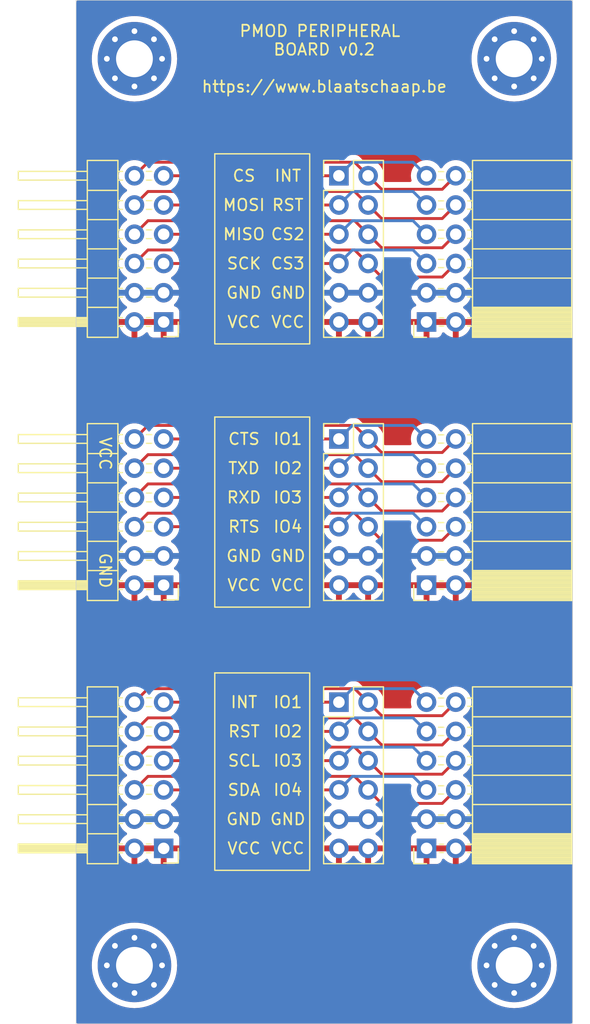
<source format=kicad_pcb>
(kicad_pcb (version 20221018) (generator pcbnew)
  (layers (0 "F.Cu" signal) (31 "B.Cu" signal) (34 "B.Paste" user "B.Plakken") (35 "F.Paste" user "F.Plakken") (36 "B.SilkS" user "B.Silkscreen") (37 "F.SilkS" user "F.Silkscreen") (38 "B.Mask" user) (39 "F.Mask" user "F. masker") (44 "Edge.Cuts" user))
  (net 0 "")
  (net 1 "GND")
  (net 2 "PMOD_UART_GPIO4")
  (net 3 "PMOD_UART_GPIO3")
  (net 4 "PMOD_UART_GPIO2_RESET")
  (net 5 "PMOD_UART_GPIO1_INT")
  (net 6 "PMOD_UART_RTS")
  (net 7 "PMOD_UART_RXD")
  (net 8 "PMOD_UART_TXD")
  (net 9 "PMOD_UART_CTS")
  (net 10 "VCC")
  (net 11 "PMOD_SPI_SCK")
  (net 12 "PMOD_SPI_MOSI")
  (net 13 "PMOD_SPI_MISO")
  (net 14 "PMOD_SPI_GPIO4_CS3")
  (net 15 "PMOD_SPI_GPIO3_CS2")
  (net 16 "PMOD_SPI_GPIO2_RESET")
  (net 17 "PMOD_SPI_GPIO1_INT")
  (net 18 "PMOD_SPI_CS")
  (net 19 "PMOD_I2C_SDA")
  (net 20 "PMOD_I2C_SCL")
  (net 21 "PMOD_I2C_RESET")
  (net 22 "PMOD_I2C_INT")
  (net 23 "PMOD_I2C_GPIO4")
  (net 24 "PMOD_I2C_GPIO3")
  (net 25 "PMOD_I2C_GPIO2")
  (net 26 "PMOD_I2C_GPIO1")
  (footprint "Connector_PinHeader_2.54mm:PinHeader_2x06_P2.54mm_Horizontal" (layer "F.Cu") (at 76.2 76.2 180)
    (fp_text reference "PMOD2" hide)
    (fp_text value "Conn_02x06_Odd_Even")
    (pad "1" thru_hole rect (at 0 0 180) (size 1.7 1.7) (drill 1) (layers "*.Cu" "*.Mask") (net 10 "VCC"))
    (pad "2" thru_hole oval (at 2.54 0 180) (size 1.7 1.7) (drill 1) (layers "*.Cu" "*.Mask") (net 10 "VCC"))
    (pad "3" thru_hole oval (at 0 2.54 180) (size 1.7 1.7) (drill 1) (layers "*.Cu" "*.Mask") (net 1 "GND"))
    (pad "4" thru_hole oval (at 2.54 2.54 180) (size 1.7 1.7) (drill 1) (layers "*.Cu" "*.Mask") (net 1 "GND"))
    (pad "5" thru_hole oval (at 0 5.08 180) (size 1.7 1.7) (drill 1) (layers "*.Cu" "*.Mask") (net 11 "PMOD_SPI_SCK"))
    (pad "6" thru_hole oval (at 2.54 5.08 180) (size 1.7 1.7) (drill 1) (layers "*.Cu" "*.Mask") (net 14 "PMOD_SPI_GPIO4_CS3"))
    (pad "7" thru_hole oval (at 0 7.62 180) (size 1.7 1.7) (drill 1) (layers "*.Cu" "*.Mask") (net 13 "PMOD_SPI_MISO"))
    (pad "8" thru_hole oval (at 2.54 7.62 180) (size 1.7 1.7) (drill 1) (layers "*.Cu" "*.Mask") (net 15 "PMOD_SPI_GPIO3_CS2"))
    (pad "9" thru_hole oval (at 0 10.16 180) (size 1.7 1.7) (drill 1) (layers "*.Cu" "*.Mask") (net 12 "PMOD_SPI_MOSI"))
    (pad "10" thru_hole oval (at 2.54 10.16 180) (size 1.7 1.7) (drill 1) (layers "*.Cu" "*.Mask") (net 16 "PMOD_SPI_GPIO2_RESET"))
    (pad "11" thru_hole oval (at 0 12.7 180) (size 1.7 1.7) (drill 1) (layers "*.Cu" "*.Mask") (net 18 "PMOD_SPI_CS"))
    (pad "12" thru_hole oval (at 2.54 12.7 180) (size 1.7 1.7) (drill 1) (layers "*.Cu" "*.Mask") (net 17 "PMOD_SPI_GPIO1_INT"))
  )
  (footprint "Connector_PinHeader_2.54mm:PinHeader_2x06_P2.54mm_Horizontal" (layer "F.Cu") (at 76.2 99.06 180)
    (fp_text reference "PMOD3" hide)
    (fp_text value "Conn_02x06_Odd_Even")
    (pad "1" thru_hole rect (at 0 0 180) (size 1.7 1.7) (drill 1) (layers "*.Cu" "*.Mask") (net 10 "VCC"))
    (pad "2" thru_hole oval (at 2.54 0 180) (size 1.7 1.7) (drill 1) (layers "*.Cu" "*.Mask") (net 10 "VCC"))
    (pad "3" thru_hole oval (at 0 2.54 180) (size 1.7 1.7) (drill 1) (layers "*.Cu" "*.Mask") (net 1 "GND"))
    (pad "4" thru_hole oval (at 2.54 2.54 180) (size 1.7 1.7) (drill 1) (layers "*.Cu" "*.Mask") (net 1 "GND"))
    (pad "5" thru_hole oval (at 0 5.08 180) (size 1.7 1.7) (drill 1) (layers "*.Cu" "*.Mask") (net 6 "PMOD_UART_RTS"))
    (pad "6" thru_hole oval (at 2.54 5.08 180) (size 1.7 1.7) (drill 1) (layers "*.Cu" "*.Mask") (net 2 "PMOD_UART_GPIO4"))
    (pad "7" thru_hole oval (at 0 7.62 180) (size 1.7 1.7) (drill 1) (layers "*.Cu" "*.Mask") (net 7 "PMOD_UART_RXD"))
    (pad "8" thru_hole oval (at 2.54 7.62 180) (size 1.7 1.7) (drill 1) (layers "*.Cu" "*.Mask") (net 3 "PMOD_UART_GPIO3"))
    (pad "9" thru_hole oval (at 0 10.16 180) (size 1.7 1.7) (drill 1) (layers "*.Cu" "*.Mask") (net 8 "PMOD_UART_TXD"))
    (pad "10" thru_hole oval (at 2.54 10.16 180) (size 1.7 1.7) (drill 1) (layers "*.Cu" "*.Mask") (net 4 "PMOD_UART_GPIO2_RESET"))
    (pad "11" thru_hole oval (at 0 12.7 180) (size 1.7 1.7) (drill 1) (layers "*.Cu" "*.Mask") (net 9 "PMOD_UART_CTS"))
    (pad "12" thru_hole oval (at 2.54 12.7 180) (size 1.7 1.7) (drill 1) (layers "*.Cu" "*.Mask") (net 5 "PMOD_UART_GPIO1_INT"))
  )
  (footprint "Connector_PinHeader_2.54mm:PinHeader_2x06_P2.54mm_Horizontal" (layer "F.Cu") (at 76.2 53.34 180)
    (fp_text reference "PMOD1" hide)
    (fp_text value "Conn_02x06_Odd_Even")
    (pad "1" thru_hole rect (at 0 0 180) (size 1.7 1.7) (drill 1) (layers "*.Cu" "*.Mask") (net 10 "VCC"))
    (pad "2" thru_hole oval (at 2.54 0 180) (size 1.7 1.7) (drill 1) (layers "*.Cu" "*.Mask") (net 10 "VCC"))
    (pad "3" thru_hole oval (at 0 2.54 180) (size 1.7 1.7) (drill 1) (layers "*.Cu" "*.Mask") (net 1 "GND"))
    (pad "4" thru_hole oval (at 2.54 2.54 180) (size 1.7 1.7) (drill 1) (layers "*.Cu" "*.Mask") (net 1 "GND"))
    (pad "5" thru_hole oval (at 0 5.08 180) (size 1.7 1.7) (drill 1) (layers "*.Cu" "*.Mask") (net 19 "PMOD_I2C_SDA"))
    (pad "6" thru_hole oval (at 2.54 5.08 180) (size 1.7 1.7) (drill 1) (layers "*.Cu" "*.Mask") (net 23 "PMOD_I2C_GPIO4"))
    (pad "7" thru_hole oval (at 0 7.62 180) (size 1.7 1.7) (drill 1) (layers "*.Cu" "*.Mask") (net 20 "PMOD_I2C_SCL"))
    (pad "8" thru_hole oval (at 2.54 7.62 180) (size 1.7 1.7) (drill 1) (layers "*.Cu" "*.Mask") (net 24 "PMOD_I2C_GPIO3"))
    (pad "9" thru_hole oval (at 0 10.16 180) (size 1.7 1.7) (drill 1) (layers "*.Cu" "*.Mask") (net 21 "PMOD_I2C_RESET"))
    (pad "10" thru_hole oval (at 2.54 10.16 180) (size 1.7 1.7) (drill 1) (layers "*.Cu" "*.Mask") (net 25 "PMOD_I2C_GPIO2"))
    (pad "11" thru_hole oval (at 0 12.7 180) (size 1.7 1.7) (drill 1) (layers "*.Cu" "*.Mask") (net 22 "PMOD_I2C_INT"))
    (pad "12" thru_hole oval (at 2.54 12.7 180) (size 1.7 1.7) (drill 1) (layers "*.Cu" "*.Mask") (net 26 "PMOD_I2C_GPIO1"))
  )
  (footprint "Connector_PinHeader_2.54mm:PinHeader_2x06_P2.54mm_Vertical" (layer "F.Cu") (at 91.44 40.64)
    (fp_text reference "J4" hide)
    (fp_text value "Conn_02x04_Odd_Even")
    (pad "1" thru_hole rect (at 0 0) (size 1.7 1.7) (drill 1) (layers "*.Cu" "*.Mask") (net 22 "PMOD_I2C_INT"))
    (pad "2" thru_hole oval (at 2.54 0) (size 1.7 1.7) (drill 1) (layers "*.Cu" "*.Mask") (net 26 "PMOD_I2C_GPIO1"))
    (pad "3" thru_hole oval (at 0 2.54) (size 1.7 1.7) (drill 1) (layers "*.Cu" "*.Mask") (net 21 "PMOD_I2C_RESET"))
    (pad "4" thru_hole oval (at 2.54 2.54) (size 1.7 1.7) (drill 1) (layers "*.Cu" "*.Mask") (net 25 "PMOD_I2C_GPIO2"))
    (pad "5" thru_hole oval (at 0 5.08) (size 1.7 1.7) (drill 1) (layers "*.Cu" "*.Mask") (net 20 "PMOD_I2C_SCL"))
    (pad "6" thru_hole oval (at 2.54 5.08) (size 1.7 1.7) (drill 1) (layers "*.Cu" "*.Mask") (net 24 "PMOD_I2C_GPIO3"))
    (pad "7" thru_hole oval (at 0 7.62) (size 1.7 1.7) (drill 1) (layers "*.Cu" "*.Mask") (net 19 "PMOD_I2C_SDA"))
    (pad "8" thru_hole oval (at 2.54 7.62) (size 1.7 1.7) (drill 1) (layers "*.Cu" "*.Mask") (net 23 "PMOD_I2C_GPIO4"))
    (pad "9" thru_hole oval (at 0 10.16) (size 1.7 1.7) (drill 1) (layers "*.Cu" "*.Mask") (net 1 "GND"))
    (pad "10" thru_hole oval (at 2.54 10.16) (size 1.7 1.7) (drill 1) (layers "*.Cu" "*.Mask") (net 1 "GND"))
    (pad "11" thru_hole oval (at 0 12.7) (size 1.7 1.7) (drill 1) (layers "*.Cu" "*.Mask") (net 10 "VCC"))
    (pad "12" thru_hole oval (at 2.54 12.7) (size 1.7 1.7) (drill 1) (layers "*.Cu" "*.Mask") (net 10 "VCC"))
  )
  (footprint "Connector_PinHeader_2.54mm:PinHeader_2x06_P2.54mm_Vertical" (layer "F.Cu") (at 91.44 63.5)
    (fp_text reference "J5" hide)
    (fp_text value "Conn_02x04_Odd_Even")
    (pad "1" thru_hole rect (at 0 0) (size 1.7 1.7) (drill 1) (layers "*.Cu" "*.Mask") (net 18 "PMOD_SPI_CS"))
    (pad "2" thru_hole oval (at 2.54 0) (size 1.7 1.7) (drill 1) (layers "*.Cu" "*.Mask") (net 17 "PMOD_SPI_GPIO1_INT"))
    (pad "3" thru_hole oval (at 0 2.54) (size 1.7 1.7) (drill 1) (layers "*.Cu" "*.Mask") (net 12 "PMOD_SPI_MOSI"))
    (pad "4" thru_hole oval (at 2.54 2.54) (size 1.7 1.7) (drill 1) (layers "*.Cu" "*.Mask") (net 16 "PMOD_SPI_GPIO2_RESET"))
    (pad "5" thru_hole oval (at 0 5.08) (size 1.7 1.7) (drill 1) (layers "*.Cu" "*.Mask") (net 13 "PMOD_SPI_MISO"))
    (pad "6" thru_hole oval (at 2.54 5.08) (size 1.7 1.7) (drill 1) (layers "*.Cu" "*.Mask") (net 15 "PMOD_SPI_GPIO3_CS2"))
    (pad "7" thru_hole oval (at 0 7.62) (size 1.7 1.7) (drill 1) (layers "*.Cu" "*.Mask") (net 11 "PMOD_SPI_SCK"))
    (pad "8" thru_hole oval (at 2.54 7.62) (size 1.7 1.7) (drill 1) (layers "*.Cu" "*.Mask") (net 14 "PMOD_SPI_GPIO4_CS3"))
    (pad "9" thru_hole oval (at 0 10.16) (size 1.7 1.7) (drill 1) (layers "*.Cu" "*.Mask") (net 1 "GND"))
    (pad "10" thru_hole oval (at 2.54 10.16) (size 1.7 1.7) (drill 1) (layers "*.Cu" "*.Mask") (net 1 "GND"))
    (pad "11" thru_hole oval (at 0 12.7) (size 1.7 1.7) (drill 1) (layers "*.Cu" "*.Mask") (net 10 "VCC"))
    (pad "12" thru_hole oval (at 2.54 12.7) (size 1.7 1.7) (drill 1) (layers "*.Cu" "*.Mask") (net 10 "VCC"))
  )
  (footprint "Connector_PinHeader_2.54mm:PinHeader_2x06_P2.54mm_Vertical" (layer "F.Cu") (at 91.44 86.36)
    (fp_text reference "J6" hide)
    (fp_text value "Conn_02x04_Odd_Even")
    (pad "1" thru_hole rect (at 0 0) (size 1.7 1.7) (drill 1) (layers "*.Cu" "*.Mask") (net 9 "PMOD_UART_CTS"))
    (pad "2" thru_hole oval (at 2.54 0) (size 1.7 1.7) (drill 1) (layers "*.Cu" "*.Mask") (net 5 "PMOD_UART_GPIO1_INT"))
    (pad "3" thru_hole oval (at 0 2.54) (size 1.7 1.7) (drill 1) (layers "*.Cu" "*.Mask") (net 8 "PMOD_UART_TXD"))
    (pad "4" thru_hole oval (at 2.54 2.54) (size 1.7 1.7) (drill 1) (layers "*.Cu" "*.Mask") (net 4 "PMOD_UART_GPIO2_RESET"))
    (pad "5" thru_hole oval (at 0 5.08) (size 1.7 1.7) (drill 1) (layers "*.Cu" "*.Mask") (net 7 "PMOD_UART_RXD"))
    (pad "6" thru_hole oval (at 2.54 5.08) (size 1.7 1.7) (drill 1) (layers "*.Cu" "*.Mask") (net 3 "PMOD_UART_GPIO3"))
    (pad "7" thru_hole oval (at 0 7.62) (size 1.7 1.7) (drill 1) (layers "*.Cu" "*.Mask") (net 6 "PMOD_UART_RTS"))
    (pad "8" thru_hole oval (at 2.54 7.62) (size 1.7 1.7) (drill 1) (layers "*.Cu" "*.Mask") (net 2 "PMOD_UART_GPIO4"))
    (pad "9" thru_hole oval (at 0 10.16) (size 1.7 1.7) (drill 1) (layers "*.Cu" "*.Mask") (net 1 "GND"))
    (pad "10" thru_hole oval (at 2.54 10.16) (size 1.7 1.7) (drill 1) (layers "*.Cu" "*.Mask") (net 1 "GND"))
    (pad "11" thru_hole oval (at 0 12.7) (size 1.7 1.7) (drill 1) (layers "*.Cu" "*.Mask") (net 10 "VCC"))
    (pad "12" thru_hole oval (at 2.54 12.7) (size 1.7 1.7) (drill 1) (layers "*.Cu" "*.Mask") (net 10 "VCC"))
  )
  (footprint "MountingHole:MountingHole_3.2mm_M3_Pad_Via" (layer "F.Cu") (at 73.66 30.48 -90)
    (fp_text reference "H3" hide)
    (fp_text value "~")
    (pad "1" thru_hole circle (at -2.4 0 270) (size 0.8 0.8) (drill 0.5) (layers "*.Cu" "*.Mask"))
    (pad "1" thru_hole circle (at -1.697056 -1.697056 270) (size 0.8 0.8) (drill 0.5) (layers "*.Cu" "*.Mask"))
    (pad "1" thru_hole circle (at -1.697056 1.697056 270) (size 0.8 0.8) (drill 0.5) (layers "*.Cu" "*.Mask"))
    (pad "1" thru_hole circle (at 0 -2.4 270) (size 0.8 0.8) (drill 0.5) (layers "*.Cu" "*.Mask"))
    (pad "1" thru_hole circle (at 0 0 270) (size 6.4 6.4) (drill 3.2) (layers "*.Cu" "*.Mask"))
    (pad "1" thru_hole circle (at 0 2.4 270) (size 0.8 0.8) (drill 0.5) (layers "*.Cu" "*.Mask"))
    (pad "1" thru_hole circle (at 1.697056 -1.697056 270) (size 0.8 0.8) (drill 0.5) (layers "*.Cu" "*.Mask"))
    (pad "1" thru_hole circle (at 1.697056 1.697056 270) (size 0.8 0.8) (drill 0.5) (layers "*.Cu" "*.Mask"))
    (pad "1" thru_hole circle (at 2.4 0 270) (size 0.8 0.8) (drill 0.5) (layers "*.Cu" "*.Mask"))
  )
  (footprint "MountingHole:MountingHole_3.2mm_M3_Pad_Via" (layer "F.Cu") (at 106.68 30.48 -90)
    (fp_text reference "H1" hide)
    (fp_text value "~")
    (pad "1" thru_hole circle (at -2.4 0 270) (size 0.8 0.8) (drill 0.5) (layers "*.Cu" "*.Mask"))
    (pad "1" thru_hole circle (at -1.697056 -1.697056 270) (size 0.8 0.8) (drill 0.5) (layers "*.Cu" "*.Mask"))
    (pad "1" thru_hole circle (at -1.697056 1.697056 270) (size 0.8 0.8) (drill 0.5) (layers "*.Cu" "*.Mask"))
    (pad "1" thru_hole circle (at 0 -2.4 270) (size 0.8 0.8) (drill 0.5) (layers "*.Cu" "*.Mask"))
    (pad "1" thru_hole circle (at 0 0 270) (size 6.4 6.4) (drill 3.2) (layers "*.Cu" "*.Mask"))
    (pad "1" thru_hole circle (at 0 2.4 270) (size 0.8 0.8) (drill 0.5) (layers "*.Cu" "*.Mask"))
    (pad "1" thru_hole circle (at 1.697056 -1.697056 270) (size 0.8 0.8) (drill 0.5) (layers "*.Cu" "*.Mask"))
    (pad "1" thru_hole circle (at 1.697056 1.697056 270) (size 0.8 0.8) (drill 0.5) (layers "*.Cu" "*.Mask"))
    (pad "1" thru_hole circle (at 2.4 0 270) (size 0.8 0.8) (drill 0.5) (layers "*.Cu" "*.Mask"))
  )
  (footprint "Connector_PinSocket_2.54mm:PinSocket_2x06_P2.54mm_Horizontal" (layer "F.Cu") (at 99.06 53.34 180)
    (fp_text reference "PMOD4" hide)
    (fp_text value "Conn_02x06_Odd_Even")
    (pad "1" thru_hole rect (at 0 0 180) (size 1.7 1.7) (drill 1) (layers "*.Cu" "*.Mask") (net 10 "VCC"))
    (pad "2" thru_hole oval (at -2.54 0 180) (size 1.7 1.7) (drill 1) (layers "*.Cu" "*.Mask") (net 10 "VCC"))
    (pad "3" thru_hole oval (at 0 2.54 180) (size 1.7 1.7) (drill 1) (layers "*.Cu" "*.Mask") (net 1 "GND"))
    (pad "4" thru_hole oval (at -2.54 2.54 180) (size 1.7 1.7) (drill 1) (layers "*.Cu" "*.Mask") (net 1 "GND"))
    (pad "5" thru_hole oval (at 0 5.08 180) (size 1.7 1.7) (drill 1) (layers "*.Cu" "*.Mask") (net 19 "PMOD_I2C_SDA"))
    (pad "6" thru_hole oval (at -2.54 5.08 180) (size 1.7 1.7) (drill 1) (layers "*.Cu" "*.Mask") (net 23 "PMOD_I2C_GPIO4"))
    (pad "7" thru_hole oval (at 0 7.62 180) (size 1.7 1.7) (drill 1) (layers "*.Cu" "*.Mask") (net 20 "PMOD_I2C_SCL"))
    (pad "8" thru_hole oval (at -2.54 7.62 180) (size 1.7 1.7) (drill 1) (layers "*.Cu" "*.Mask") (net 24 "PMOD_I2C_GPIO3"))
    (pad "9" thru_hole oval (at 0 10.16 180) (size 1.7 1.7) (drill 1) (layers "*.Cu" "*.Mask") (net 21 "PMOD_I2C_RESET"))
    (pad "10" thru_hole oval (at -2.54 10.16 180) (size 1.7 1.7) (drill 1) (layers "*.Cu" "*.Mask") (net 25 "PMOD_I2C_GPIO2"))
    (pad "11" thru_hole oval (at 0 12.7 180) (size 1.7 1.7) (drill 1) (layers "*.Cu" "*.Mask") (net 22 "PMOD_I2C_INT"))
    (pad "12" thru_hole oval (at -2.54 12.7 180) (size 1.7 1.7) (drill 1) (layers "*.Cu" "*.Mask") (net 26 "PMOD_I2C_GPIO1"))
  )
  (footprint "MountingHole:MountingHole_3.2mm_M3_Pad_Via" (layer "F.Cu") (at 73.66 109.22 -90)
    (fp_text reference "H4" hide)
    (fp_text value "~")
    (pad "1" thru_hole circle (at -2.4 0 270) (size 0.8 0.8) (drill 0.5) (layers "*.Cu" "*.Mask"))
    (pad "1" thru_hole circle (at -1.697056 -1.697056 270) (size 0.8 0.8) (drill 0.5) (layers "*.Cu" "*.Mask"))
    (pad "1" thru_hole circle (at -1.697056 1.697056 270) (size 0.8 0.8) (drill 0.5) (layers "*.Cu" "*.Mask"))
    (pad "1" thru_hole circle (at 0 -2.4 270) (size 0.8 0.8) (drill 0.5) (layers "*.Cu" "*.Mask"))
    (pad "1" thru_hole circle (at 0 0 270) (size 6.4 6.4) (drill 3.2) (layers "*.Cu" "*.Mask"))
    (pad "1" thru_hole circle (at 0 2.4 270) (size 0.8 0.8) (drill 0.5) (layers "*.Cu" "*.Mask"))
    (pad "1" thru_hole circle (at 1.697056 -1.697056 270) (size 0.8 0.8) (drill 0.5) (layers "*.Cu" "*.Mask"))
    (pad "1" thru_hole circle (at 1.697056 1.697056 270) (size 0.8 0.8) (drill 0.5) (layers "*.Cu" "*.Mask"))
    (pad "1" thru_hole circle (at 2.4 0 270) (size 0.8 0.8) (drill 0.5) (layers "*.Cu" "*.Mask"))
  )
  (footprint "Connector_PinSocket_2.54mm:PinSocket_2x06_P2.54mm_Horizontal" (layer "F.Cu") (at 99.06 76.2 180)
    (fp_text reference "PMOD5" hide)
    (fp_text value "Conn_02x06_Odd_Even")
    (pad "1" thru_hole rect (at 0 0 180) (size 1.7 1.7) (drill 1) (layers "*.Cu" "*.Mask") (net 10 "VCC"))
    (pad "2" thru_hole oval (at -2.54 0 180) (size 1.7 1.7) (drill 1) (layers "*.Cu" "*.Mask") (net 10 "VCC"))
    (pad "3" thru_hole oval (at 0 2.54 180) (size 1.7 1.7) (drill 1) (layers "*.Cu" "*.Mask") (net 1 "GND"))
    (pad "4" thru_hole oval (at -2.54 2.54 180) (size 1.7 1.7) (drill 1) (layers "*.Cu" "*.Mask") (net 1 "GND"))
    (pad "5" thru_hole oval (at 0 5.08 180) (size 1.7 1.7) (drill 1) (layers "*.Cu" "*.Mask") (net 11 "PMOD_SPI_SCK"))
    (pad "6" thru_hole oval (at -2.54 5.08 180) (size 1.7 1.7) (drill 1) (layers "*.Cu" "*.Mask") (net 14 "PMOD_SPI_GPIO4_CS3"))
    (pad "7" thru_hole oval (at 0 7.62 180) (size 1.7 1.7) (drill 1) (layers "*.Cu" "*.Mask") (net 13 "PMOD_SPI_MISO"))
    (pad "8" thru_hole oval (at -2.54 7.62 180) (size 1.7 1.7) (drill 1) (layers "*.Cu" "*.Mask") (net 15 "PMOD_SPI_GPIO3_CS2"))
    (pad "9" thru_hole oval (at 0 10.16 180) (size 1.7 1.7) (drill 1) (layers "*.Cu" "*.Mask") (net 12 "PMOD_SPI_MOSI"))
    (pad "10" thru_hole oval (at -2.54 10.16 180) (size 1.7 1.7) (drill 1) (layers "*.Cu" "*.Mask") (net 16 "PMOD_SPI_GPIO2_RESET"))
    (pad "11" thru_hole oval (at 0 12.7 180) (size 1.7 1.7) (drill 1) (layers "*.Cu" "*.Mask") (net 18 "PMOD_SPI_CS"))
    (pad "12" thru_hole oval (at -2.54 12.7 180) (size 1.7 1.7) (drill 1) (layers "*.Cu" "*.Mask") (net 17 "PMOD_SPI_GPIO1_INT"))
  )
  (footprint "Connector_PinSocket_2.54mm:PinSocket_2x06_P2.54mm_Horizontal" (layer "F.Cu") (at 99.06 99.06 180)
    (fp_text reference "PMOD6" hide)
    (fp_text value "Conn_02x06_Odd_Even")
    (pad "1" thru_hole rect (at 0 0 180) (size 1.7 1.7) (drill 1) (layers "*.Cu" "*.Mask") (net 10 "VCC"))
    (pad "2" thru_hole oval (at -2.54 0 180) (size 1.7 1.7) (drill 1) (layers "*.Cu" "*.Mask") (net 10 "VCC"))
    (pad "3" thru_hole oval (at 0 2.54 180) (size 1.7 1.7) (drill 1) (layers "*.Cu" "*.Mask") (net 1 "GND"))
    (pad "4" thru_hole oval (at -2.54 2.54 180) (size 1.7 1.7) (drill 1) (layers "*.Cu" "*.Mask") (net 1 "GND"))
    (pad "5" thru_hole oval (at 0 5.08 180) (size 1.7 1.7) (drill 1) (layers "*.Cu" "*.Mask") (net 6 "PMOD_UART_RTS"))
    (pad "6" thru_hole oval (at -2.54 5.08 180) (size 1.7 1.7) (drill 1) (layers "*.Cu" "*.Mask") (net 2 "PMOD_UART_GPIO4"))
    (pad "7" thru_hole oval (at 0 7.62 180) (size 1.7 1.7) (drill 1) (layers "*.Cu" "*.Mask") (net 7 "PMOD_UART_RXD"))
    (pad "8" thru_hole oval (at -2.54 7.62 180) (size 1.7 1.7) (drill 1) (layers "*.Cu" "*.Mask") (net 3 "PMOD_UART_GPIO3"))
    (pad "9" thru_hole oval (at 0 10.16 180) (size 1.7 1.7) (drill 1) (layers "*.Cu" "*.Mask") (net 8 "PMOD_UART_TXD"))
    (pad "10" thru_hole oval (at -2.54 10.16 180) (size 1.7 1.7) (drill 1) (layers "*.Cu" "*.Mask") (net 4 "PMOD_UART_GPIO2_RESET"))
    (pad "11" thru_hole oval (at 0 12.7 180) (size 1.7 1.7) (drill 1) (layers "*.Cu" "*.Mask") (net 9 "PMOD_UART_CTS"))
    (pad "12" thru_hole oval (at -2.54 12.7 180) (size 1.7 1.7) (drill 1) (layers "*.Cu" "*.Mask") (net 5 "PMOD_UART_GPIO1_INT"))
  )
  (footprint "MountingHole:MountingHole_3.2mm_M3_Pad_Via" (layer "F.Cu") (at 106.68 109.22 -90)
    (fp_text reference "H2" hide)
    (fp_text value "~")
    (pad "1" thru_hole circle (at -2.4 0 270) (size 0.8 0.8) (drill 0.5) (layers "*.Cu" "*.Mask"))
    (pad "1" thru_hole circle (at -1.697056 -1.697056 270) (size 0.8 0.8) (drill 0.5) (layers "*.Cu" "*.Mask"))
    (pad "1" thru_hole circle (at -1.697056 1.697056 270) (size 0.8 0.8) (drill 0.5) (layers "*.Cu" "*.Mask"))
    (pad "1" thru_hole circle (at 0 -2.4 270) (size 0.8 0.8) (drill 0.5) (layers "*.Cu" "*.Mask"))
    (pad "1" thru_hole circle (at 0 0 270) (size 6.4 6.4) (drill 3.2) (layers "*.Cu" "*.Mask"))
    (pad "1" thru_hole circle (at 0 2.4 270) (size 0.8 0.8) (drill 0.5) (layers "*.Cu" "*.Mask"))
    (pad "1" thru_hole circle (at 1.697056 -1.697056 270) (size 0.8 0.8) (drill 0.5) (layers "*.Cu" "*.Mask"))
    (pad "1" thru_hole circle (at 1.697056 1.697056 270) (size 0.8 0.8) (drill 0.5) (layers "*.Cu" "*.Mask"))
    (pad "1" thru_hole circle (at 2.4 0 270) (size 0.8 0.8) (drill 0.5) (layers "*.Cu" "*.Mask"))
  )
  (gr_rect (start 88.9 61.595) (end 80.645 78.105) (stroke (width 0.12)) (fill none) (layer "F.SilkS"))
  (gr_rect (start 88.9 38.735) (end 80.645 55.245) (stroke (width 0.12)) (fill none) (layer "F.SilkS"))
  (gr_rect (start 88.9 83.82) (end 80.645 100.965) (stroke (width 0.12)) (fill none) (layer "F.SilkS"))
  (gr_rect (start 111.76 25.4) (end 68.58 114.3) (stroke (width 0.05)) (fill none) (layer "Edge.Cuts"))
  (gr_text "INT" (at 83.185 86.36) (layer "F.SilkS") (effects (font (size 1 1))))
  (gr_text "GND" (at 71.12 74.93 -90) (layer "F.SilkS") (effects (font (size 1 1))))
  (gr_text "INT" (at 86.995 40.64) (layer "F.SilkS") (effects (font (size 1 1))))
  (gr_text "GND" (at 86.995 50.8) (layer "F.SilkS") (effects (font (size 1 1))))
  (gr_text "GND" (at 83.185 73.66) (layer "F.SilkS") (effects (font (size 1 1))))
  (gr_text "TXD" (at 83.185 66.04) (layer "F.SilkS") (effects (font (size 1 1))))
  (gr_text "RTS" (at 83.185 71.12) (layer "F.SilkS") (effects (font (size 1 1))))
  (gr_text "VCC" (at 83.185 99.06) (layer "F.SilkS") (effects (font (size 1 1))))
  (gr_text "IO1" (at 86.995 86.36) (layer "F.SilkS") (effects (font (size 1 1))))
  (gr_text "CTS" (at 83.185 63.5) (layer "F.SilkS") (effects (font (size 1 1))))
  (gr_text "PMOD PERIPHERAL \nBOARD v0.2\n\nhttps://www.blaatschaap.be" (at 90.17 30.48) (layer "F.SilkS") (effects (font (size 1 1))))
  (gr_text "IO1" (at 86.995 63.5) (layer "F.SilkS") (effects (font (size 1 1))))
  (gr_text "CS" (at 83.185 40.64) (layer "F.SilkS") (effects (font (size 1 1))))
  (gr_text "MISO" (at 83.185 45.72) (layer "F.SilkS") (effects (font (size 1 1))))
  (gr_text "SCK" (at 83.185 48.26) (layer "F.SilkS") (effects (font (size 1 1))))
  (gr_text "GND" (at 83.185 50.8) (layer "F.SilkS") (effects (font (size 1 1))))
  (gr_text "VCC" (at 71.12 64.77 -90) (layer "F.SilkS") (effects (font (size 1 1))))
  (gr_text "GND" (at 83.185 96.52) (layer "F.SilkS") (effects (font (size 1 1))))
  (gr_text "VCC" (at 83.185 53.34) (layer "F.SilkS") (effects (font (size 1 1))))
  (gr_text "GND" (at 86.995 96.52) (layer "F.SilkS") (effects (font (size 1 1))))
  (gr_text "MOSI" (at 83.185 43.18) (layer "F.SilkS") (effects (font (size 1 1))))
  (gr_text "IO4" (at 86.995 71.12) (layer "F.SilkS") (effects (font (size 1 1))))
  (gr_text "IO3" (at 86.995 68.58) (layer "F.SilkS") (effects (font (size 1 1))))
  (gr_text "VCC" (at 86.995 76.2) (layer "F.SilkS") (effects (font (size 1 1))))
  (gr_text "IO4" (at 86.995 93.98) (layer "F.SilkS") (effects (font (size 1 1))))
  (gr_text "SDA" (at 83.185 93.98) (layer "F.SilkS") (effects (font (size 1 1))))
  (gr_text "CS3" (at 86.995 48.26) (layer "F.SilkS") (effects (font (size 1 1))))
  (gr_text "RXD" (at 83.185 68.58) (layer "F.SilkS") (effects (font (size 1 1))))
  (gr_text "IO2" (at 86.995 66.04) (layer "F.SilkS") (effects (font (size 1 1))))
  (gr_text "IO3" (at 86.995 91.44) (layer "F.SilkS") (effects (font (size 1 1))))
  (gr_text "RST" (at 83.185 88.9) (layer "F.SilkS") (effects (font (size 1 1))))
  (gr_text "VCC" (at 86.995 99.06) (layer "F.SilkS") (effects (font (size 1 1))))
  (gr_text "CS2" (at 86.995 45.72) (layer "F.SilkS") (effects (font (size 1 1))))
  (gr_text "SCL" (at 83.185 91.44) (layer "F.SilkS") (effects (font (size 1 1))))
  (gr_text "IO2" (at 86.995 88.9) (layer "F.SilkS") (effects (font (size 1 1))))
  (gr_text "RST" (at 86.995 43.18) (layer "F.SilkS") (effects (font (size 1 1))))
  (gr_text "VCC" (at 83.185 76.2) (layer "F.SilkS") (effects (font (size 1 1))))
  (gr_text "VCC" (at 86.995 53.34) (layer "F.SilkS") (effects (font (size 1 1))))
  (gr_text "GND" (at 86.995 73.66) (layer "F.SilkS") (effects (font (size 1 1))))
  (segment (start 93.98 93.98) (end 95.154511 95.154511) (width 0.25) (layer "F.Cu") (net 2))
  (segment (start 74.834511 92.805489) (end 73.66 93.98) (width 0.25) (layer "F.Cu") (net 2))
  (segment (start 100.425489 95.154511) (end 101.6 93.98) (width 0.25) (layer "F.Cu") (net 2))
  (segment (start 93.98 93.98) (end 92.805489 92.805489) (width 0.25) (layer "F.Cu") (net 2))
  (segment (start 92.805489 92.805489) (end 74.834511 92.805489) (width 0.25) (layer "F.Cu") (net 2))
  (segment (start 95.154511 95.154511) (end 100.425489 95.154511) (width 0.25) (layer "F.Cu") (net 2))
  (segment (start 95.154511 92.614511) (end 100.425489 92.614511) (width 0.25) (layer "F.Cu") (net 3))
  (segment (start 93.98 91.44) (end 95.154511 92.614511) (width 0.25) (layer "F.Cu") (net 3))
  (segment (start 92.805489 90.265489) (end 74.834511 90.265489) (width 0.25) (layer "F.Cu") (net 3))
  (segment (start 93.98 91.44) (end 92.805489 90.265489) (width 0.25) (layer "F.Cu") (net 3))
  (segment (start 74.834511 90.265489) (end 73.66 91.44) (width 0.25) (layer "F.Cu") (net 3))
  (segment (start 100.425489 92.614511) (end 101.6 91.44) (width 0.25) (layer "F.Cu") (net 3))
  (segment (start 95.154511 90.074511) (end 100.425489 90.074511) (width 0.25) (layer "F.Cu") (net 4))
  (segment (start 74.834511 87.725489) (end 73.66 88.9) (width 0.25) (layer "F.Cu") (net 4))
  (segment (start 100.425489 90.074511) (end 101.6 88.9) (width 0.25) (layer "F.Cu") (net 4))
  (segment (start 93.98 88.9) (end 92.805489 87.725489) (width 0.25) (layer "F.Cu") (net 4))
  (segment (start 93.98 88.9) (end 95.154511 90.074511) (width 0.25) (layer "F.Cu") (net 4))
  (segment (start 92.805489 87.725489) (end 74.834511 87.725489) (width 0.25) (layer "F.Cu") (net 4))
  (segment (start 92.805489 85.185489) (end 74.834511 85.185489) (width 0.25) (layer "F.Cu") (net 5))
  (segment (start 100.425489 87.534511) (end 101.6 86.36) (width 0.25) (layer "F.Cu") (net 5))
  (segment (start 95.154511 87.534511) (end 100.425489 87.534511) (width 0.25) (layer "F.Cu") (net 5))
  (segment (start 93.98 86.36) (end 92.805489 85.185489) (width 0.25) (layer "F.Cu") (net 5))
  (segment (start 93.98 86.36) (end 95.154511 87.534511) (width 0.25) (layer "F.Cu") (net 5))
  (segment (start 74.834511 85.185489) (end 73.66 86.36) (width 0.25) (layer "F.Cu") (net 5))
  (segment (start 91.44 93.98) (end 76.2 93.98) (width 0.25) (layer "F.Cu") (net 6))
  (segment (start 92.614511 92.805489) (end 91.44 93.98) (width 0.25) (layer "B.Cu") (net 6))
  (segment (start 99.06 93.98) (end 97.885489 92.805489) (width 0.25) (layer "B.Cu") (net 6))
  (segment (start 97.885489 92.805489) (end 92.614511 92.805489) (width 0.25) (layer "B.Cu") (net 6))
  (segment (start 91.44 91.44) (end 76.2 91.44) (width 0.25) (layer "F.Cu") (net 7))
  (segment (start 97.885489 90.265489) (end 92.614511 90.265489) (width 0.25) (layer "B.Cu") (net 7))
  (segment (start 92.614511 90.265489) (end 91.44 91.44) (width 0.25) (layer "B.Cu") (net 7))
  (segment (start 99.06 91.44) (end 97.885489 90.265489) (width 0.25) (layer "B.Cu") (net 7))
  (segment (start 91.44 88.9) (end 76.2 88.9) (width 0.25) (layer "F.Cu") (net 8))
  (segment (start 99.06 88.9) (end 97.885489 87.725489) (width 0.25) (layer "B.Cu") (net 8))
  (segment (start 92.614511 87.725489) (end 91.44 88.9) (width 0.25) (layer "B.Cu") (net 8))
  (segment (start 97.885489 87.725489) (end 92.614511 87.725489) (width 0.25) (layer "B.Cu") (net 8))
  (segment (start 91.44 86.36) (end 76.2 86.36) (width 0.25) (layer "F.Cu") (net 9))
  (segment (start 99.06 86.36) (end 97.885489 85.185489) (width 0.25) (layer "B.Cu") (net 9))
  (segment (start 97.885489 85.185489) (end 92.614511 85.185489) (width 0.25) (layer "B.Cu") (net 9))
  (segment (start 92.614511 85.185489) (end 91.44 86.36) (width 0.25) (layer "B.Cu") (net 9))
  (segment (start 91.44 71.12) (end 76.2 71.12) (width 0.25) (layer "F.Cu") (net 11))
  (segment (start 97.885489 69.945489) (end 92.614511 69.945489) (width 0.25) (layer "B.Cu") (net 11))
  (segment (start 99.06 71.12) (end 97.885489 69.945489) (width 0.25) (layer "B.Cu") (net 11))
  (segment (start 92.614511 69.945489) (end 91.44 71.12) (width 0.25) (layer "B.Cu") (net 11))
  (segment (start 91.44 66.04) (end 76.2 66.04) (width 0.25) (layer "F.Cu") (net 12))
  (segment (start 92.614511 64.865489) (end 91.44 66.04) (width 0.25) (layer "B.Cu") (net 12))
  (segment (start 97.885489 64.865489) (end 92.614511 64.865489) (width 0.25) (layer "B.Cu") (net 12))
  (segment (start 99.06 66.04) (end 97.885489 64.865489) (width 0.25) (layer "B.Cu") (net 12))
  (segment (start 91.44 68.58) (end 76.2 68.58) (width 0.25) (layer "F.Cu") (net 13))
  (segment (start 97.885489 67.405489) (end 92.614511 67.405489) (width 0.25) (layer "B.Cu") (net 13))
  (segment (start 92.614511 67.405489) (end 91.44 68.58) (width 0.25) (layer "B.Cu") (net 13))
  (segment (start 99.06 68.58) (end 97.885489 67.405489) (width 0.25) (layer "B.Cu") (net 13))
  (segment (start 100.425489 72.294511) (end 101.6 71.12) (width 0.25) (layer "F.Cu") (net 14))
  (segment (start 74.834511 69.945489) (end 73.66 71.12) (width 0.25) (layer "F.Cu") (net 14))
  (segment (start 93.98 71.12) (end 92.805489 69.945489) (width 0.25) (layer "F.Cu") (net 14))
  (segment (start 93.98 71.12) (end 95.154511 72.294511) (width 0.25) (layer "F.Cu") (net 14))
  (segment (start 92.805489 69.945489) (end 74.834511 69.945489) (width 0.25) (layer "F.Cu") (net 14))
  (segment (start 95.154511 72.294511) (end 100.425489 72.294511) (width 0.25) (layer "F.Cu") (net 14))
  (segment (start 100.425489 69.754511) (end 101.6 68.58) (width 0.25) (layer "F.Cu") (net 15))
  (segment (start 74.834511 67.405489) (end 73.66 68.58) (width 0.25) (layer "F.Cu") (net 15))
  (segment (start 95.154511 69.754511) (end 100.425489 69.754511) (width 0.25) (layer "F.Cu") (net 15))
  (segment (start 93.98 68.58) (end 95.154511 69.754511) (width 0.25) (layer "F.Cu") (net 15))
  (segment (start 92.805489 67.405489) (end 74.834511 67.405489) (width 0.25) (layer "F.Cu") (net 15))
  (segment (start 93.98 68.58) (end 92.805489 67.405489) (width 0.25) (layer "F.Cu") (net 15))
  (segment (start 93.98 66.04) (end 95.154511 67.214511) (width 0.25) (layer "F.Cu") (net 16))
  (segment (start 92.805489 64.865489) (end 74.834511 64.865489) (width 0.25) (layer "F.Cu") (net 16))
  (segment (start 93.98 66.04) (end 92.805489 64.865489) (width 0.25) (layer "F.Cu") (net 16))
  (segment (start 74.834511 64.865489) (end 73.66 66.04) (width 0.25) (layer "F.Cu") (net 16))
  (segment (start 100.425489 67.214511) (end 101.6 66.04) (width 0.25) (layer "F.Cu") (net 16))
  (segment (start 95.154511 67.214511) (end 100.425489 67.214511) (width 0.25) (layer "F.Cu") (net 16))
  (segment (start 93.98 63.5) (end 95.154511 64.674511) (width 0.25) (layer "F.Cu") (net 17))
  (segment (start 92.805489 62.325489) (end 74.834511 62.325489) (width 0.25) (layer "F.Cu") (net 17))
  (segment (start 74.834511 62.325489) (end 73.66 63.5) (width 0.25) (layer "F.Cu") (net 17))
  (segment (start 100.425489 64.674511) (end 101.6 63.5) (width 0.25) (layer "F.Cu") (net 17))
  (segment (start 93.98 63.5) (end 92.805489 62.325489) (width 0.25) (layer "F.Cu") (net 17))
  (segment (start 95.154511 64.674511) (end 100.425489 64.674511) (width 0.25) (layer "F.Cu") (net 17))
  (segment (start 91.44 63.5) (end 76.2 63.5) (width 0.25) (layer "F.Cu") (net 18))
  (segment (start 92.614511 62.325489) (end 91.44 63.5) (width 0.25) (layer "B.Cu") (net 18))
  (segment (start 97.885489 62.325489) (end 92.614511 62.325489) (width 0.25) (layer "B.Cu") (net 18))
  (segment (start 99.06 63.5) (end 97.885489 62.325489) (width 0.25) (layer "B.Cu") (net 18))
  (segment (start 76.2 48.26) (end 91.44 48.26) (width 0.25) (layer "F.Cu") (net 19))
  (segment (start 97.885489 47.085489) (end 92.614511 47.085489) (width 0.25) (layer "B.Cu") (net 19))
  (segment (start 99.06 48.26) (end 97.885489 47.085489) (width 0.25) (layer "B.Cu") (net 19))
  (segment (start 92.614511 47.085489) (end 91.44 48.26) (width 0.25) (layer "B.Cu") (net 19))
  (segment (start 91.44 45.72) (end 76.2 45.72) (width 0.25) (layer "F.Cu") (net 20))
  (segment (start 92.614511 44.545489) (end 91.44 45.72) (width 0.25) (layer "B.Cu") (net 20))
  (segment (start 97.885489 44.545489) (end 92.614511 44.545489) (width 0.25) (layer "B.Cu") (net 20))
  (segment (start 99.06 45.72) (end 97.885489 44.545489) (width 0.25) (layer "B.Cu") (net 20))
  (segment (start 91.44 43.18) (end 76.2 43.18) (width 0.25) (layer "F.Cu") (net 21))
  (segment (start 92.614511 42.005489) (end 91.44 43.18) (width 0.25) (layer "B.Cu") (net 21))
  (segment (start 97.885489 42.005489) (end 92.614511 42.005489) (width 0.25) (layer "B.Cu") (net 21))
  (segment (start 99.06 43.18) (end 97.885489 42.005489) (width 0.25) (layer "B.Cu") (net 21))
  (segment (start 91.44 40.64) (end 76.2 40.64) (width 0.25) (layer "F.Cu") (net 22))
  (segment (start 97.885489 39.465489) (end 92.614511 39.465489) (width 0.25) (layer "B.Cu") (net 22))
  (segment (start 99.06 40.64) (end 97.885489 39.465489) (width 0.25) (layer "B.Cu") (net 22))
  (segment (start 92.614511 39.465489) (end 91.44 40.64) (width 0.25) (layer "B.Cu") (net 22))
  (segment (start 93.98 48.26) (end 92.805489 47.085489) (width 0.25) (layer "F.Cu") (net 23))
  (segment (start 93.98 48.26) (end 95.154511 49.434511) (width 0.25) (layer "F.Cu") (net 23))
  (segment (start 92.805489 47.085489) (end 74.834511 47.085489) (width 0.25) (layer "F.Cu") (net 23))
  (segment (start 100.425489 49.434511) (end 101.6 48.26) (width 0.25) (layer "F.Cu") (net 23))
  (segment (start 95.154511 49.434511) (end 100.425489 49.434511) (width 0.25) (layer "F.Cu") (net 23))
  (segment (start 74.834511 47.085489) (end 73.66 48.26) (width 0.25) (layer "F.Cu") (net 23))
  (segment (start 93.98 45.72) (end 92.805489 44.545489) (width 0.25) (layer "F.Cu") (net 24))
  (segment (start 74.834511 44.545489) (end 73.66 45.72) (width 0.25) (layer "F.Cu") (net 24))
  (segment (start 92.805489 44.545489) (end 74.834511 44.545489) (width 0.25) (layer "F.Cu") (net 24))
  (segment (start 95.154511 46.894511) (end 100.425489 46.894511) (width 0.25) (layer "F.Cu") (net 24))
  (segment (start 93.98 45.72) (end 95.154511 46.894511) (width 0.25) (layer "F.Cu") (net 24))
  (segment (start 100.425489 46.894511) (end 101.6 45.72) (width 0.25) (layer "F.Cu") (net 24))
  (segment (start 100.425489 44.354511) (end 101.6 43.18) (width 0.25) (layer "F.Cu") (net 25))
  (segment (start 93.98 43.18) (end 95.154511 44.354511) (width 0.25) (layer "F.Cu") (net 25))
  (segment (start 93.98 43.18) (end 92.805489 42.005489) (width 0.25) (layer "F.Cu") (net 25))
  (segment (start 92.805489 42.005489) (end 74.834511 42.005489) (width 0.25) (layer "F.Cu") (net 25))
  (segment (start 95.154511 44.354511) (end 100.425489 44.354511) (width 0.25) (layer "F.Cu") (net 25))
  (segment (start 74.834511 42.005489) (end 73.66 43.18) (width 0.25) (layer "F.Cu") (net 25))
  (segment (start 95.154511 41.814511) (end 100.425489 41.814511) (width 0.25) (layer "F.Cu") (net 26))
  (segment (start 93.98 40.64) (end 95.154511 41.814511) (width 0.25) (layer "F.Cu") (net 26))
  (segment (start 93.98 40.64) (end 92.805489 39.465489) (width 0.25) (layer "F.Cu") (net 26))
  (segment (start 92.805489 39.465489) (end 74.834511 39.465489) (width 0.25) (layer "F.Cu") (net 26))
  (segment (start 74.834511 39.465489) (end 73.66 40.64) (width 0.25) (layer "F.Cu") (net 26))
  (segment (start 100.425489 41.814511) (end 101.6 40.64) (width 0.25) (layer "F.Cu") (net 26))
  (zone (net 10) (net_name "VCC") (layer "F.Cu") (connect_pads (clearance 0.508)) (min_thickness 0.254) (fill yes (thermal_gap 0.508) (thermal_bridge_width 0.508))
    (polygon (pts (xy 68.58 114.3) (xy 68.58 25.4) (xy 111.76 25.4) (xy 111.76 114.3)))
  )
  (zone (net 1) (net_name "GND") (layer "B.Cu") (connect_pads (clearance 0.508)) (min_thickness 0.254) (fill yes (thermal_gap 0.508) (thermal_bridge_width 0.508))
    (polygon (pts (xy 68.58 114.3) (xy 68.58 25.4) (xy 111.76 25.4) (xy 111.76 114.3)))
  )
)
</source>
